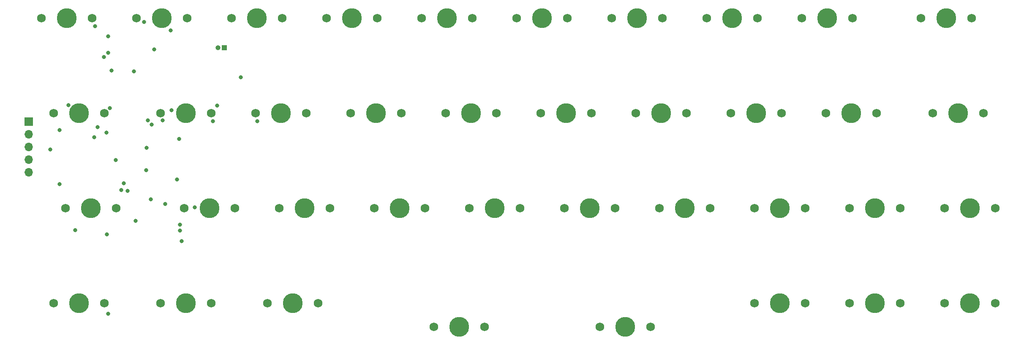
<source format=gbr>
%TF.GenerationSoftware,KiCad,Pcbnew,(6.0.7-1)-1*%
%TF.CreationDate,2022-08-08T11:53:52-04:00*%
%TF.ProjectId,shortiepie2040,73686f72-7469-4657-9069-65323034302e,rev?*%
%TF.SameCoordinates,Original*%
%TF.FileFunction,Soldermask,Top*%
%TF.FilePolarity,Negative*%
%FSLAX46Y46*%
G04 Gerber Fmt 4.6, Leading zero omitted, Abs format (unit mm)*
G04 Created by KiCad (PCBNEW (6.0.7-1)-1) date 2022-08-08 11:53:52*
%MOMM*%
%LPD*%
G01*
G04 APERTURE LIST*
%ADD10C,1.750000*%
%ADD11C,3.987800*%
%ADD12R,1.000000X1.000000*%
%ADD13O,1.000000X1.000000*%
%ADD14R,1.700000X1.700000*%
%ADD15O,1.700000X1.700000*%
%ADD16C,0.800000*%
G04 APERTURE END LIST*
D10*
%TO.C,MX2*%
X61936250Y-74350000D03*
X51776250Y-74350000D03*
D11*
X56856250Y-74350000D03*
%TD*%
D10*
%TO.C,MX36*%
X238148750Y-74350000D03*
X227988750Y-74350000D03*
D11*
X233068750Y-74350000D03*
%TD*%
D12*
%TO.C,SW1*%
X86050000Y-61250000D03*
D13*
X84780000Y-61250000D03*
%TD*%
D10*
%TO.C,MX38*%
X240530000Y-112450000D03*
X230370000Y-112450000D03*
D11*
X235450000Y-112450000D03*
%TD*%
D10*
%TO.C,MX37*%
X240530000Y-93400000D03*
X230370000Y-93400000D03*
D11*
X235450000Y-93400000D03*
%TD*%
D10*
%TO.C,MX35*%
X235767500Y-55300000D03*
X225607500Y-55300000D03*
D11*
X230687500Y-55300000D03*
%TD*%
D10*
%TO.C,MX34*%
X221480000Y-112450000D03*
X211320000Y-112450000D03*
D11*
X216400000Y-112450000D03*
%TD*%
D10*
%TO.C,MX33*%
X221480000Y-93400000D03*
X211320000Y-93400000D03*
D11*
X216400000Y-93400000D03*
%TD*%
D10*
%TO.C,MX32*%
X216717500Y-74350000D03*
X206557500Y-74350000D03*
D11*
X211637500Y-74350000D03*
%TD*%
D10*
%TO.C,MX31*%
X211955000Y-55300000D03*
X201795000Y-55300000D03*
D11*
X206875000Y-55300000D03*
%TD*%
D10*
%TO.C,MX30*%
X202430000Y-112450000D03*
X192270000Y-112450000D03*
D11*
X197350000Y-112450000D03*
%TD*%
D10*
%TO.C,MX29*%
X202430000Y-93400000D03*
X192270000Y-93400000D03*
D11*
X197350000Y-93400000D03*
%TD*%
D10*
%TO.C,MX28*%
X197667500Y-74350000D03*
X187507500Y-74350000D03*
D11*
X192587500Y-74350000D03*
%TD*%
D10*
%TO.C,MX27*%
X192905000Y-55300000D03*
X182745000Y-55300000D03*
D11*
X187825000Y-55300000D03*
%TD*%
D10*
%TO.C,MX26*%
X183380000Y-93400000D03*
X173220000Y-93400000D03*
D11*
X178300000Y-93400000D03*
%TD*%
D10*
%TO.C,MX25*%
X178617500Y-74350000D03*
X168457500Y-74350000D03*
D11*
X173537500Y-74350000D03*
%TD*%
D10*
%TO.C,MX24*%
X173855000Y-55300000D03*
X163695000Y-55300000D03*
D11*
X168775000Y-55300000D03*
%TD*%
D10*
%TO.C,MX23*%
X171473750Y-117212500D03*
X161313750Y-117212500D03*
D11*
X166393750Y-117212500D03*
%TD*%
D10*
%TO.C,MX22*%
X164330000Y-93400000D03*
X154170000Y-93400000D03*
D11*
X159250000Y-93400000D03*
%TD*%
D10*
%TO.C,MX21*%
X159567500Y-74350000D03*
X149407500Y-74350000D03*
D11*
X154487500Y-74350000D03*
%TD*%
D10*
%TO.C,MX20*%
X154805000Y-55300000D03*
X144645000Y-55300000D03*
D11*
X149725000Y-55300000D03*
%TD*%
D10*
%TO.C,MX19*%
X138136250Y-117212500D03*
X127976250Y-117212500D03*
D11*
X133056250Y-117212500D03*
%TD*%
%TO.C,MX18*%
X140200000Y-93400000D03*
D10*
X135120000Y-93400000D03*
X145280000Y-93400000D03*
%TD*%
%TO.C,MX17*%
X140517500Y-74350000D03*
X130357500Y-74350000D03*
D11*
X135437500Y-74350000D03*
%TD*%
D10*
%TO.C,MX16*%
X135755000Y-55300000D03*
X125595000Y-55300000D03*
D11*
X130675000Y-55300000D03*
%TD*%
D10*
%TO.C,MX15*%
X126230000Y-93400000D03*
X116070000Y-93400000D03*
D11*
X121150000Y-93400000D03*
%TD*%
D10*
%TO.C,MX14*%
X121467500Y-74350000D03*
X111307500Y-74350000D03*
D11*
X116387500Y-74350000D03*
%TD*%
D10*
%TO.C,MX13*%
X116705000Y-55300000D03*
X106545000Y-55300000D03*
D11*
X111625000Y-55300000D03*
%TD*%
D10*
%TO.C,MX12*%
X104798750Y-112450000D03*
X94638750Y-112450000D03*
D11*
X99718750Y-112450000D03*
%TD*%
D10*
%TO.C,MX11*%
X107180000Y-93400000D03*
X97020000Y-93400000D03*
D11*
X102100000Y-93400000D03*
%TD*%
D10*
%TO.C,MX10*%
X102417500Y-74350000D03*
X92257500Y-74350000D03*
D11*
X97337500Y-74350000D03*
%TD*%
D10*
%TO.C,MX9*%
X97655000Y-55300000D03*
X87495000Y-55300000D03*
D11*
X92575000Y-55300000D03*
%TD*%
D10*
%TO.C,MX8*%
X83367500Y-112450000D03*
X73207500Y-112450000D03*
D11*
X78287500Y-112450000D03*
%TD*%
D10*
%TO.C,MX7*%
X88130000Y-93400000D03*
X77970000Y-93400000D03*
D11*
X83050000Y-93400000D03*
%TD*%
D10*
%TO.C,MX6*%
X83367500Y-74350000D03*
X73207500Y-74350000D03*
D11*
X78287500Y-74350000D03*
%TD*%
D10*
%TO.C,MX5*%
X78605000Y-55300000D03*
X68445000Y-55300000D03*
D11*
X73525000Y-55300000D03*
%TD*%
D10*
%TO.C,MX4*%
X61936250Y-112450000D03*
X51776250Y-112450000D03*
D11*
X56856250Y-112450000D03*
%TD*%
D10*
%TO.C,MX3*%
X64317500Y-93400000D03*
X54157500Y-93400000D03*
D11*
X59237500Y-93400000D03*
%TD*%
%TO.C,MX1*%
X54475000Y-55300000D03*
D10*
X49395000Y-55300000D03*
X59555000Y-55300000D03*
%TD*%
D14*
%TO.C,J2*%
X46800000Y-76025000D03*
D15*
X46800000Y-78565000D03*
X46800000Y-81105000D03*
X46800000Y-83645000D03*
X46800000Y-86185000D03*
%TD*%
D16*
X73650000Y-75800000D03*
X65355000Y-89745000D03*
X77100000Y-96700000D03*
X62750000Y-114600000D03*
X62500000Y-98650000D03*
X77450000Y-100000000D03*
X54750000Y-72800000D03*
X60655750Y-77146910D03*
X92600000Y-75950000D03*
X77150000Y-97950000D03*
X56150000Y-97850000D03*
X51150000Y-81650000D03*
X59956250Y-79225140D03*
X80100000Y-93250000D03*
X83750000Y-76000000D03*
X71950000Y-61600000D03*
X69950000Y-56050000D03*
X53000000Y-88600000D03*
X53000000Y-77800000D03*
X65849500Y-88402094D03*
X75400000Y-73800000D03*
X84550000Y-72850000D03*
X89300000Y-67150000D03*
X75250000Y-57800000D03*
X60150000Y-56950000D03*
X66600000Y-89950000D03*
X71250000Y-91650000D03*
X74200000Y-92550000D03*
X68200000Y-95950000D03*
X64300000Y-83800000D03*
X63050000Y-73330000D03*
X70700000Y-75850000D03*
X71500000Y-76650000D03*
X63400000Y-65850000D03*
X67900000Y-65950000D03*
X62700000Y-62250000D03*
X62700000Y-58950000D03*
X61900000Y-63100000D03*
X62400000Y-78250000D03*
X76950000Y-79550000D03*
X70350000Y-85800000D03*
X70400000Y-81350000D03*
X76500000Y-87700000D03*
M02*

</source>
